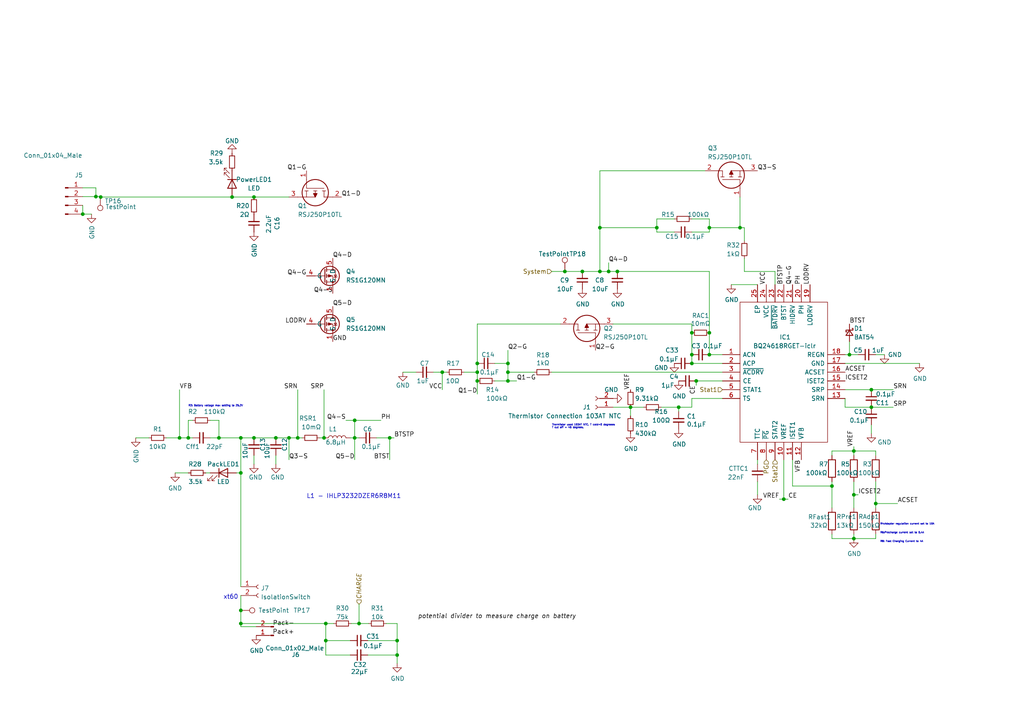
<source format=kicad_sch>
(kicad_sch (version 20211123) (generator eeschema)
  (paper "A4")
  (lib_symbols
    (symbol "Connector:Conn_01x02_Female" (pin_names (offset 1.016) hide)
      (property "Reference" "J" (at 0 2.54 0))
      (property "Value" "Conn_01x02_Female" (at 0 -5.08 0))
      (symbol "Conn_01x02_Female_1_1"
        (arc (start 0 -2.032) (mid -0.508 -2.54) (end 0 -3.048) (stroke (width 0.1524)))
        (polyline (pts (xy -1.27 -2.54) (xy -0.508 -2.54)) (stroke (width 0.1524)))
        (polyline (pts (xy -1.27 0) (xy -0.508 0)) (stroke (width 0.1524)))
        (arc (start 0 0.508) (mid -0.508 0) (end 0 -0.508) (stroke (width 0.1524)))
        (pin passive line (at -5.08 0 0) (length 3.81) (name "Pin_1") (number "1"))
        (pin passive line (at -5.08 -2.54 0) (length 3.81) (name "Pin_2") (number "2"))
      )
    )
    (symbol "Connector:Conn_01x02_Male" (pin_names (offset 1.016) hide)
      (property "Reference" "J" (at 0 2.54 0))
      (property "Value" "Conn_01x02_Male" (at 0 -5.08 0))
      (symbol "Conn_01x02_Male_1_1"
        (polyline (pts (xy 1.27 -2.54) (xy 0.8636 -2.54)) (stroke (width 0.1524)))
        (polyline (pts (xy 1.27 0) (xy 0.8636 0)) (stroke (width 0.1524)))
        (rectangle (start 0.8636 -2.413) (end 0 -2.667) (stroke (width 0.1524)) (fill (type outline)))
        (rectangle (start 0.8636 0.127) (end 0 -0.127) (stroke (width 0.1524)) (fill (type outline)))
        (pin passive line (at 5.08 0 180) (length 3.81) (name "Pin_1") (number "1"))
        (pin passive line (at 5.08 -2.54 180) (length 3.81) (name "Pin_2") (number "2"))
      )
    )
    (symbol "Connector:Conn_01x04_Male" (pin_names (offset 1.016) hide)
      (property "Reference" "J" (at 0 5.08 0))
      (property "Value" "Conn_01x04_Male" (at 0 -7.62 0))
      (symbol "Conn_01x04_Male_1_1"
        (polyline (pts (xy 1.27 -5.08) (xy 0.8636 -5.08)) (stroke (width 0.1524)))
        (polyline (pts (xy 1.27 -2.54) (xy 0.8636 -2.54)) (stroke (width 0.1524)))
        (polyline (pts (xy 1.27 0) (xy 0.8636 0)) (stroke (width 0.1524)))
        (polyline (pts (xy 1.27 2.54) (xy 0.8636 2.54)) (stroke (width 0.1524)))
        (rectangle (start 0.8636 -4.953) (end 0 -5.207) (stroke (width 0.1524)) (fill (type outline)))
        (rectangle (start 0.8636 -2.413) (end 0 -2.667) (stroke (width 0.1524)) (fill (type outline)))
        (rectangle (start 0.8636 0.127) (end 0 -0.127) (stroke (width 0.1524)) (fill (type outline)))
        (rectangle (start 0.8636 2.667) (end 0 2.413) (stroke (width 0.1524)) (fill (type outline)))
        (pin passive line (at 5.08 2.54 180) (length 3.81) (name "Pin_1") (number "1"))
        (pin passive line (at 5.08 0 180) (length 3.81) (name "Pin_2") (number "2"))
        (pin passive line (at 5.08 -2.54 180) (length 3.81) (name "Pin_3") (number "3"))
        (pin passive line (at 5.08 -5.08 180) (length 3.81) (name "Pin_4") (number "4"))
      )
    )
    (symbol "Connector:TestPoint" (pin_numbers hide) (pin_names (offset 0.762) hide)
      (property "Reference" "TP" (at 0 6.858 0))
      (property "Value" "TestPoint" (at 0 5.08 0))
      (symbol "TestPoint_0_1"
        (circle (center 0 3.302) (radius 0.762))
      )
      (symbol "TestPoint_1_1"
        (pin passive line (at 0 0 90) (length 2.54) (name "1") (number "1"))
      )
    )
    (symbol "Device:C_Small" (pin_numbers hide) (pin_names (offset 0.254) hide)
      (property "Reference" "C" (at 0.254 1.778 0))
      (property "Value" "C_Small" (at 0.254 -2.032 0))
      (symbol "C_Small_0_1"
        (polyline (pts (xy -1.524 -0.508) (xy 1.524 -0.508)) (stroke (width 0.3302)))
        (polyline (pts (xy -1.524 0.508) (xy 1.524 0.508)) (stroke (width 0.3048)))
      )
      (symbol "C_Small_1_1"
        (pin passive line (at 0 2.54 270) (length 2.032) (name "~") (number "1"))
        (pin passive line (at 0 -2.54 90) (length 2.032) (name "~") (number "2"))
      )
    )
    (symbol "Device:D_Schottky_Small" (pin_numbers hide) (pin_names (offset 0.254) hide)
      (property "Reference" "D" (at -1.27 2.032 0))
      (property "Value" "D_Schottky_Small" (at -7.112 -2.032 0))
      (symbol "D_Schottky_Small_0_1"
        (polyline (pts (xy -0.762 0) (xy 0.762 0)))
        (polyline (pts (xy 0.762 -1.016) (xy -0.762 0) (xy 0.762 1.016) (xy 0.762 -1.016)) (stroke (width 0.254)))
        (polyline (pts (xy -1.27 0.762) (xy -1.27 1.016) (xy -0.762 1.016) (xy -0.762 -1.016) (xy -0.254 -1.016) (xy -0.254 -0.762)) (stroke (width 0.254)))
      )
      (symbol "D_Schottky_Small_1_1"
        (pin passive line (at -2.54 0 0) (length 1.778) (name "K") (number "1"))
        (pin passive line (at 2.54 0 180) (length 1.778) (name "A") (number "2"))
      )
    )
    (symbol "Device:L" (pin_numbers hide) (pin_names (offset 1.016) hide)
      (property "Reference" "L" (at -1.27 0 90))
      (property "Value" "L" (at 1.905 0 90))
      (symbol "L_0_1"
        (arc (start 0 -2.54) (mid 0.635 -1.905) (end 0 -1.27))
        (arc (start 0 -1.27) (mid 0.635 -0.635) (end 0 0))
        (arc (start 0 0) (mid 0.635 0.635) (end 0 1.27))
        (arc (start 0 1.27) (mid 0.635 1.905) (end 0 2.54))
      )
      (symbol "L_1_1"
        (pin passive line (at 0 3.81 270) (length 1.27) (name "1") (number "1"))
        (pin passive line (at 0 -3.81 90) (length 1.27) (name "2") (number "2"))
      )
    )
    (symbol "Device:LED" (pin_numbers hide) (pin_names (offset 1.016) hide)
      (property "Reference" "D" (at 0 2.54 0))
      (property "Value" "LED" (at 0 -2.54 0))
      (symbol "LED_0_1"
        (polyline (pts (xy -1.27 -1.27) (xy -1.27 1.27)) (stroke (width 0.254)))
        (polyline (pts (xy -1.27 0) (xy 1.27 0)))
        (polyline (pts (xy 1.27 -1.27) (xy 1.27 1.27) (xy -1.27 0) (xy 1.27 -1.27)) (stroke (width 0.254)))
        (polyline (pts (xy -3.048 -0.762) (xy -4.572 -2.286) (xy -3.81 -2.286) (xy -4.572 -2.286) (xy -4.572 -1.524)))
        (polyline (pts (xy -1.778 -0.762) (xy -3.302 -2.286) (xy -2.54 -2.286) (xy -3.302 -2.286) (xy -3.302 -1.524)))
      )
      (symbol "LED_1_1"
        (pin passive line (at -3.81 0 0) (length 2.54) (name "K") (number "1"))
        (pin passive line (at 3.81 0 180) (length 2.54) (name "A") (number "2"))
      )
    )
    (symbol "Device:R" (pin_numbers hide) (pin_names (offset 0))
      (property "Reference" "R" (at 2.032 0 90))
      (property "Value" "R" (at 0 0 90))
      (symbol "R_0_1"
        (rectangle (start -1.016 -2.54) (end 1.016 2.54) (stroke (width 0.254)))
      )
      (symbol "R_1_1"
        (pin passive line (at 0 3.81 270) (length 1.27) (name "~") (number "1"))
        (pin passive line (at 0 -3.81 90) (length 1.27) (name "~") (number "2"))
      )
    )
    (symbol "Device:R_Small" (pin_numbers hide) (pin_names (offset 0.254) hide)
      (property "Reference" "R" (at 0.762 0.508 0))
      (property "Value" "R_Small" (at 0.762 -1.016 0))
      (symbol "R_Small_0_1"
        (rectangle (start -0.762 1.778) (end 0.762 -1.778) (stroke (width 0.2032)))
      )
      (symbol "R_Small_1_1"
        (pin passive line (at 0 2.54 270) (length 0.762) (name "~") (number "1"))
        (pin passive line (at 0 -2.54 90) (length 0.762) (name "~") (number "2"))
      )
    )
    (symbol "iclr:BQ24618RGET-iclr" (pin_names (offset 0.762))
      (property "Reference" "IC" (at 31.75 20.32 0))
      (property "Value" "BQ24618RGET-iclr" (at 31.75 17.78 0))
      (symbol "BQ24618RGET-iclr_0_0"
        (pin passive line (at 0 0 0) (length 5.08) (name "ACN") (number "1"))
        (pin passive line (at 17.78 -30.48 90) (length 5.08) (name "VREF") (number "10"))
        (pin passive line (at 20.32 -30.48 90) (length 5.08) (name "ISET1") (number "11"))
        (pin passive line (at 22.86 -30.48 90) (length 5.08) (name "VFB") (number "12"))
        (pin passive line (at 35.56 -12.7 180) (length 5.08) (name "SRN") (number "13"))
        (pin passive line (at 35.56 -10.16 180) (length 5.08) (name "SRP") (number "14"))
        (pin passive line (at 35.56 -7.62 180) (length 5.08) (name "ISET2") (number "15"))
        (pin passive line (at 35.56 -5.08 180) (length 5.08) (name "ACSET") (number "16"))
        (pin passive line (at 35.56 -2.54 180) (length 5.08) (name "GND") (number "17"))
        (pin passive line (at 35.56 0 180) (length 5.08) (name "REGN") (number "18"))
        (pin passive line (at 25.4 20.32 270) (length 5.08) (name "LODRV") (number "19"))
        (pin passive line (at 0 -2.54 0) (length 5.08) (name "ACP") (number "2"))
        (pin passive line (at 22.86 20.32 270) (length 5.08) (name "PH") (number "20"))
        (pin passive line (at 20.32 20.32 270) (length 5.08) (name "HIDRV") (number "21"))
        (pin passive line (at 17.78 20.32 270) (length 5.08) (name "BTST") (number "22"))
        (pin passive line (at 15.24 20.32 270) (length 5.08) (name "~{BATDRV}") (number "23"))
        (pin passive line (at 12.7 20.32 270) (length 5.08) (name "VCC") (number "24"))
        (pin passive line (at 10.16 20.32 270) (length 5.08) (name "EP") (number "25"))
        (pin passive line (at 0 -5.08 0) (length 5.08) (name "~{ACDRV}") (number "3"))
        (pin passive line (at 0 -7.62 0) (length 5.08) (name "CE") (number "4"))
        (pin passive line (at 0 -10.16 0) (length 5.08) (name "STAT1") (number "5"))
        (pin passive line (at 0 -12.7 0) (length 5.08) (name "TS") (number "6"))
        (pin passive line (at 10.16 -30.48 90) (length 5.08) (name "TTC") (number "7"))
        (pin passive line (at 12.7 -30.48 90) (length 5.08) (name "~{PG}") (number "8"))
        (pin passive line (at 15.24 -30.48 90) (length 5.08) (name "STAT2") (number "9"))
      )
      (symbol "BQ24618RGET-iclr_0_1"
        (polyline (pts (xy 5.08 15.24) (xy 30.48 15.24) (xy 30.48 -25.4) (xy 5.08 -25.4) (xy 5.08 15.24)) (stroke (width 0.1524)))
      )
    )
    (symbol "iclr:RS1G120MN"
      (property "Reference" "Q" (at 5.08 -13.97 0))
      (property "Value" "RS1G120MN" (at 10.16 -16.51 0))
      (symbol "RS1G120MN_0_1"
        (polyline (pts (xy -1.016 -15.24) (xy -3.81 -15.24)))
        (polyline (pts (xy -1.016 -13.335) (xy -1.016 -17.145)) (stroke (width 0.254)))
        (polyline (pts (xy -0.508 -16.51) (xy -0.508 -17.526)) (stroke (width 0.254)))
        (polyline (pts (xy -0.508 -14.732) (xy -0.508 -15.748)) (stroke (width 0.254)))
        (polyline (pts (xy -0.508 -12.954) (xy -0.508 -13.97)) (stroke (width 0.254)))
        (polyline (pts (xy 1.27 -12.7) (xy 1.27 -13.462)))
        (polyline (pts (xy 1.27 -17.78) (xy 1.27 -15.24) (xy -0.508 -15.24)))
        (polyline (pts (xy -0.508 -13.462) (xy 2.032 -13.462) (xy 2.032 -17.018) (xy -0.508 -17.018)))
        (polyline (pts (xy 1.016 -15.24) (xy 0 -14.859) (xy 0 -15.621) (xy 1.016 -15.24)) (fill (type outline)))
        (polyline (pts (xy 1.524 -15.748) (xy 1.651 -15.621) (xy 2.413 -15.621) (xy 2.54 -15.494)))
        (polyline (pts (xy 2.032 -15.621) (xy 1.651 -14.986) (xy 2.413 -14.986) (xy 2.032 -15.621)))
        (circle (center 0.381 -15.24) (radius 2.794) (stroke (width 0.254)))
        (circle (center 1.27 -17.018) (radius 0.254) (fill (type outline)))
        (circle (center 1.27 -13.462) (radius 0.254) (fill (type outline)))
      )
      (symbol "RS1G120MN_1_1"
        (pin passive line (at 1.27 -20.32 90) (length 2.54) (name "S") (number "1"))
        (pin passive line (at 1.27 -20.32 90) (length 2.54) hide (name "S") (number "2"))
        (pin passive line (at 1.27 -20.32 90) (length 2.54) hide (name "S") (number "3"))
        (pin input line (at -6.35 -15.24 0) (length 2.54) (name "G") (number "4"))
        (pin passive line (at 1.27 -10.16 270) (length 2.54) (name "D") (number "5"))
        (pin passive line (at 1.27 -10.16 270) (length 2.54) hide (name "D") (number "6"))
        (pin passive line (at 1.27 -10.16 270) (length 2.54) hide (name "D") (number "7"))
        (pin passive line (at 1.27 -10.16 270) (length 2.54) hide (name "D") (number "8"))
        (pin passive line (at 1.27 -10.16 270) (length 2.54) hide (name "D") (number "9"))
      )
    )
    (symbol "iclr:RSJ250P10TL" (pin_names (offset 0.762))
      (property "Reference" "Q" (at 11.43 3.81 0))
      (property "Value" "RSJ250P10TL" (at 11.43 1.27 0))
      (symbol "RSJ250P10TL_0_0"
        (pin passive line (at 0 0 0) (length 2.54) (name "~") (number "1"))
        (pin passive line (at 7.62 10.16 270) (length 2.54) (name "~") (number "2"))
        (pin passive line (at 7.62 -5.08 90) (length 2.54) (name "~") (number "3"))
      )
      (symbol "RSJ250P10TL_0_1"
        (polyline (pts (xy 5.842 -0.508) (xy 5.842 0.508)) (stroke (width 0.1524)))
        (polyline (pts (xy 5.842 0) (xy 7.62 0)) (stroke (width 0.1524)))
        (polyline (pts (xy 5.842 2.032) (xy 5.842 3.048)) (stroke (width 0.1524)))
        (polyline (pts (xy 5.842 5.588) (xy 5.842 4.572)) (stroke (width 0.1524)))
        (polyline (pts (xy 7.62 2.54) (xy 5.842 2.54)) (stroke (width 0.1524)))
        (polyline (pts (xy 7.62 2.54) (xy 7.62 -2.54)) (stroke (width 0.1524)))
        (polyline (pts (xy 7.62 5.08) (xy 5.842 5.08)) (stroke (width 0.1524)))
        (polyline (pts (xy 7.62 5.08) (xy 7.62 7.62)) (stroke (width 0.1524)))
        (polyline (pts (xy 2.54 0) (xy 5.08 0) (xy 5.08 5.08)) (stroke (width 0.1524)))
        (polyline (pts (xy 7.62 2.54) (xy 6.604 3.048) (xy 6.604 2.032) (xy 7.62 2.54)) (stroke (width 0.254)) (fill (type outline)))
        (circle (center 6.35 2.54) (radius 3.81) (stroke (width 0.254)))
      )
    )
    (symbol "power:GND" (power) (pin_names (offset 0))
      (property "Value" "GND" (at 0 -3.81 0))
      (symbol "GND_0_1"
        (polyline (pts (xy 0 0) (xy 0 -1.27) (xy 1.27 -1.27) (xy 0 -2.54) (xy -1.27 -1.27) (xy 0 -1.27)))
      )
      (symbol "GND_1_1"
        (pin power_in line (at 0 0 270) (length 0) hide (name "GND") (number "1"))
      )
    )
  )
  (junction (at 247.65 130.81))
  (junction (at 102.87 121.92))
  (junction (at 138.43 105.41))
  (junction (at 252.73 118.11))
  (junction (at 69.85 177.038))
  (junction (at 254 146.05))
  (junction (at 138.43 107.95))
  (junction (at 128.27 107.95))
  (junction (at 252.73 113.03))
  (junction (at 29.21 57.15))
  (junction (at 80.01 127))
  (junction (at 147.32 110.49))
  (junction (at 205.74 102.87))
  (junction (at 138.43 110.49))
  (junction (at 69.85 137.16))
  (junction (at 200.66 96.52))
  (junction (at 69.85 127))
  (junction (at 94.488 185.801))
  (junction (at 241.3 140.97))
  (junction (at 147.32 107.95))
  (junction (at 63.5 127))
  (junction (at 163.83 78.74))
  (junction (at 102.87 127))
  (junction (at 205.74 96.52))
  (junction (at 247.65 143.51))
  (junction (at 24.003 62.103))
  (junction (at 182.88 118.11))
  (junction (at 227.33 144.78))
  (junction (at 147.32 105.41))
  (junction (at 214.63 66.04))
  (junction (at 52.07 127))
  (junction (at 176.53 78.74))
  (junction (at 201.93 110.49))
  (junction (at 115.189 185.801))
  (junction (at 247.65 156.21))
  (junction (at 246.38 102.87))
  (junction (at 173.99 66.04))
  (junction (at 69.85 180.848))
  (junction (at 104.14 180.848))
  (junction (at 86.36 127))
  (junction (at 73.66 57.15))
  (junction (at 113.03 127))
  (junction (at 94.488 180.848))
  (junction (at 67.31 57.15))
  (junction (at 54.61 127))
  (junction (at 200.66 102.87))
  (junction (at 73.66 127))
  (junction (at 200.66 105.41))
  (junction (at 179.07 78.74))
  (junction (at 168.91 78.74))
  (junction (at 27.813 57.023))
  (junction (at 115.189 189.992))
  (junction (at 173.99 78.74))
  (junction (at 83.82 127))
  (junction (at 190.5 66.04))
  (junction (at 205.74 66.04))
  (junction (at 93.98 127))
  (junction (at 196.85 118.11))
  (wire (pts (xy 48.26 127) (xy 52.07 127)))
  (wire (pts (xy 80.01 127) (xy 83.82 127)))
  (wire (pts (xy 241.3 139.7) (xy 241.3 140.97)))
  (wire (pts (xy 224.79 78.74) (xy 215.9 78.74)))
  (wire (pts (xy 173.99 49.53) (xy 204.47 49.53)))
  (wire (pts (xy 138.43 114.3) (xy 138.43 110.49)))
  (wire (pts (xy 73.66 127) (xy 80.01 127)))
  (wire (pts (xy 69.85 180.848) (xy 94.488 180.848)))
  (wire (pts (xy 128.27 107.95) (xy 129.54 107.95)))
  (wire (pts (xy 205.74 96.52) (xy 205.74 102.87)))
  (wire (pts (xy 224.79 78.74) (xy 224.79 82.55)))
  (wire (pts (xy 227.33 133.35) (xy 227.33 144.78)))
  (wire (pts (xy 69.85 127) (xy 69.85 137.16)))
  (wire (pts (xy 69.85 127) (xy 73.66 127)))
  (wire (pts (xy 147.32 105.41) (xy 147.32 107.95)))
  (wire (pts (xy 29.21 57.15) (xy 67.31 57.15)))
  (wire (pts (xy 246.38 102.87) (xy 248.92 102.87)))
  (wire (pts (xy 252.73 118.11) (xy 259.08 118.11)))
  (wire (pts (xy 212.09 82.55) (xy 219.71 82.55)))
  (wire (pts (xy 138.43 110.49) (xy 138.43 107.95)))
  (wire (pts (xy 254 156.21) (xy 254 154.94)))
  (wire (pts (xy 143.51 110.49) (xy 147.32 110.49)))
  (wire (pts (xy 182.88 120.65) (xy 182.88 118.11)))
  (wire (pts (xy 143.51 105.41) (xy 147.32 105.41)))
  (wire (pts (xy 209.55 102.87) (xy 205.74 102.87)))
  (wire (pts (xy 50.8 137.16) (xy 54.61 137.16)))
  (wire (pts (xy 190.5 66.04) (xy 190.5 67.31)))
  (wire (pts (xy 205.74 66.04) (xy 214.63 66.04)))
  (wire (pts (xy 200.66 105.41) (xy 209.55 105.41)))
  (wire (pts (xy 173.99 66.04) (xy 173.99 78.74)))
  (wire (pts (xy 245.11 113.03) (xy 252.73 113.03)))
  (wire (pts (xy 59.69 137.16) (xy 60.96 137.16)))
  (wire (pts (xy 247.65 143.51) (xy 247.65 147.32)))
  (wire (pts (xy 186.69 118.11) (xy 182.88 118.11)))
  (wire (pts (xy 209.55 115.57) (xy 200.66 115.57)))
  (wire (pts (xy 52.07 113.03) (xy 52.07 127)))
  (wire (pts (xy 94.488 189.992) (xy 101.6 189.992)))
  (wire (pts (xy 177.8 93.98) (xy 200.66 93.98)))
  (wire (pts (xy 219.71 133.35) (xy 219.71 134.62)))
  (wire (pts (xy 104.14 175.26) (xy 104.14 180.848)))
  (wire (pts (xy 215.9 66.04) (xy 215.9 69.85)))
  (wire (pts (xy 252.73 125.73) (xy 252.73 123.19)))
  (wire (pts (xy 102.87 127) (xy 104.14 127)))
  (wire (pts (xy 247.65 143.51) (xy 248.92 143.51)))
  (wire (pts (xy 113.03 127) (xy 114.3 127)))
  (wire (pts (xy 100.33 121.92) (xy 102.87 121.92)))
  (wire (pts (xy 69.85 180.848) (xy 69.85 181.7624)))
  (wire (pts (xy 116.84 107.95) (xy 120.65 107.95)))
  (wire (pts (xy 149.86 110.49) (xy 147.32 110.49)))
  (wire (pts (xy 200.66 102.87) (xy 200.66 105.41)))
  (wire (pts (xy 215.9 74.93) (xy 215.9 78.74)))
  (wire (pts (xy 55.88 127) (xy 54.61 127)))
  (wire (pts (xy 106.68 185.801) (xy 115.189 185.801)))
  (wire (pts (xy 241.3 140.97) (xy 241.3 147.32)))
  (wire (pts (xy 27.813 54.483) (xy 27.813 57.023)))
  (wire (pts (xy 86.36 127) (xy 87.63 127)))
  (wire (pts (xy 93.98 113.03) (xy 93.98 127)))
  (wire (pts (xy 24.003 54.483) (xy 27.813 54.483)))
  (wire (pts (xy 247.65 139.7) (xy 247.65 143.51)))
  (wire (pts (xy 94.488 180.848) (xy 94.488 185.801)))
  (wire (pts (xy 73.66 132.08) (xy 73.66 134.62)))
  (wire (pts (xy 241.3 130.81) (xy 241.3 132.08)))
  (wire (pts (xy 24.003 62.103) (xy 26.543 62.103)))
  (wire (pts (xy 200.66 63.5) (xy 205.74 63.5)))
  (wire (pts (xy 168.91 78.74) (xy 173.99 78.74)))
  (wire (pts (xy 245.11 102.87) (xy 246.38 102.87)))
  (wire (pts (xy 226.06 144.78) (xy 227.33 144.78)))
  (wire (pts (xy 229.87 140.97) (xy 229.87 133.35)))
  (wire (pts (xy 69.85 137.16) (xy 69.85 170.18)))
  (wire (pts (xy 200.66 118.11) (xy 196.85 118.11)))
  (wire (pts (xy 83.82 127) (xy 83.82 133.35)))
  (wire (pts (xy 245.11 115.57) (xy 245.11 118.11)))
  (wire (pts (xy 63.5 127) (xy 69.85 127)))
  (wire (pts (xy 125.73 107.95) (xy 128.27 107.95)))
  (wire (pts (xy 67.31 57.15) (xy 73.66 57.15)))
  (wire (pts (xy 24.003 59.563) (xy 24.003 62.103)))
  (wire (pts (xy 52.07 127) (xy 54.61 127)))
  (wire (pts (xy 227.33 144.78) (xy 228.6 144.78)))
  (wire (pts (xy 60.96 121.92) (xy 63.5 121.92)))
  (wire (pts (xy 173.99 66.04) (xy 190.5 66.04)))
  (wire (pts (xy 254 130.81) (xy 247.65 130.81)))
  (wire (pts (xy 219.71 139.7) (xy 219.71 143.51)))
  (wire (pts (xy 112.014 180.848) (xy 115.189 180.848)))
  (wire (pts (xy 254 132.08) (xy 254 130.81)))
  (wire (pts (xy 69.85 181.7624) (xy 74.3204 181.7624)))
  (wire (pts (xy 115.189 185.801) (xy 115.189 189.992)))
  (wire (pts (xy 173.99 49.53) (xy 173.99 66.04)))
  (wire (pts (xy 138.43 93.98) (xy 138.43 105.41)))
  (wire (pts (xy 94.488 185.801) (xy 94.488 189.992)))
  (wire (pts (xy 195.58 63.5) (xy 190.5 63.5)))
  (wire (pts (xy 190.5 63.5) (xy 190.5 66.04)))
  (wire (pts (xy 24.003 57.023) (xy 27.813 57.023)))
  (wire (pts (xy 247.65 132.08) (xy 247.65 130.81)))
  (wire (pts (xy 205.74 63.5) (xy 205.74 66.04)))
  (wire (pts (xy 115.189 180.848) (xy 115.189 185.801)))
  (wire (pts (xy 200.66 67.31) (xy 205.74 67.31)))
  (wire (pts (xy 241.3 154.94) (xy 241.3 156.21)))
  (wire (pts (xy 69.85 172.72) (xy 69.85 177.038)))
  (wire (pts (xy 94.488 185.801) (xy 101.6 185.801)))
  (wire (pts (xy 214.63 66.04) (xy 215.9 66.04)))
  (wire (pts (xy 176.53 76.2) (xy 176.53 78.74)))
  (wire (pts (xy 200.66 102.87) (xy 200.66 96.52)))
  (wire (pts (xy 106.68 189.992) (xy 115.189 189.992)))
  (wire (pts (xy 92.71 127) (xy 93.98 127)))
  (wire (pts (xy 179.07 78.74) (xy 205.74 78.74)))
  (wire (pts (xy 260.35 146.05) (xy 254 146.05)))
  (wire (pts (xy 134.62 107.95) (xy 138.43 107.95)))
  (wire (pts (xy 177.8 118.11) (xy 182.88 118.11)))
  (wire (pts (xy 241.3 156.21) (xy 247.65 156.21)))
  (wire (pts (xy 254 102.87) (xy 256.54 102.87)))
  (wire (pts (xy 246.38 99.06) (xy 246.38 102.87)))
  (wire (pts (xy 201.93 110.49) (xy 209.55 110.49)))
  (wire (pts (xy 104.14 180.848) (xy 106.934 180.848)))
  (wire (pts (xy 73.66 57.15) (xy 83.82 57.15)))
  (wire (pts (xy 63.5 121.92) (xy 63.5 127)))
  (wire (pts (xy 205.74 66.04) (xy 205.74 67.31)))
  (wire (pts (xy 176.53 78.74) (xy 179.07 78.74)))
  (wire (pts (xy 63.5 127) (xy 60.96 127)))
  (wire (pts (xy 200.66 115.57) (xy 200.66 118.11)))
  (wire (pts (xy 94.488 180.848) (xy 96.774 180.848)))
  (wire (pts (xy 173.99 78.74) (xy 176.53 78.74)))
  (wire (pts (xy 54.61 121.92) (xy 54.61 127)))
  (wire (pts (xy 201.93 110.49) (xy 201.93 111.76)))
  (wire (pts (xy 200.66 93.98) (xy 200.66 96.52)))
  (wire (pts (xy 245.11 118.11) (xy 252.73 118.11)))
  (wire (pts (xy 196.85 118.11) (xy 191.77 118.11)))
  (wire (pts (xy 245.11 105.41) (xy 266.7 105.41)))
  (wire (pts (xy 83.82 127) (xy 86.36 127)))
  (wire (pts (xy 113.03 127) (xy 113.03 133.35)))
  (wire (pts (xy 138.43 93.98) (xy 162.56 93.98)))
  (wire (pts (xy 102.87 121.92) (xy 110.49 121.92)))
  (wire (pts (xy 160.02 107.95) (xy 209.55 107.95)))
  (wire (pts (xy 247.65 156.21) (xy 254 156.21)))
  (wire (pts (xy 138.43 107.95) (xy 138.43 105.41)))
  (wire (pts (xy 147.32 110.49) (xy 147.32 107.95)))
  (wire (pts (xy 102.87 127) (xy 102.87 133.35)))
  (wire (pts (xy 86.36 127) (xy 86.36 113.03)))
  (wire (pts (xy 196.85 118.11) (xy 196.85 119.38)))
  (wire (pts (xy 101.854 180.848) (xy 104.14 180.848)))
  (wire (pts (xy 147.32 101.6) (xy 147.32 105.41)))
  (wire (pts (xy 55.88 121.92) (xy 54.61 121.92)))
  (wire (pts (xy 241.3 140.97) (xy 229.87 140.97)))
  (wire (pts (xy 252.73 113.03) (xy 259.08 113.03)))
  (wire (pts (xy 147.32 107.95) (xy 154.94 107.95)))
  (wire (pts (xy 214.63 57.15) (xy 214.63 66.04)))
  (wire (pts (xy 247.65 154.94) (xy 247.65 156.21)))
  (wire (pts (xy 102.87 121.92) (xy 102.87 127)))
  (wire (pts (xy 205.74 78.74) (xy 205.74 96.52)))
  (wire (pts (xy 80.01 132.08) (xy 80.01 134.62)))
  (wire (pts (xy 247.65 130.81) (xy 241.3 130.81)))
  (wire (pts (xy 43.18 127) (xy 39.37 127)))
  (wire (pts (xy 101.6 127) (xy 102.87 127)))
  (wire (pts (xy 163.83 78.74) (xy 168.91 78.74)))
  (wire (pts (xy 190.5 67.31) (xy 195.58 67.31)))
  (wire (pts (xy 109.22 127) (xy 113.03 127)))
  (wire (pts (xy 247.65 129.54) (xy 247.65 130.81)))
  (wire (pts (xy 254 139.7) (xy 254 146.05)))
  (wire (pts (xy 160.02 78.74) (xy 163.83 78.74)))
  (wire (pts (xy 128.27 107.95) (xy 128.27 113.03)))
  (wire (pts (xy 69.85 177.038) (xy 69.85 180.848)))
  (wire (pts (xy 254 146.05) (xy 254 147.32)))
  (wire (pts (xy 115.189 189.992) (xy 115.189 192.405)))
  (wire (pts (xy 27.813 57.023) (xy 29.083 57.023)))
  (wire (pts (xy 68.58 137.16) (xy 69.85 137.16)))
  (text "R2: Battery voltage max setting to 25.2V\n" (at 54.61 118.11 0) (effects (font (size 0.5 0.5)) (justify left bottom)))
  (text "R4:Adapter regulation current set to 10A" (at 255.27 152.4 0) (effects (font (size 0.5 0.5)) (justify left bottom)))
  (text "L1 - IHLP3232DZER6R8M11 " (at 88.9 144.78 0) (effects (font (size 1.27 1.27)) (justify left bottom)))
  (text "R8: Fast Charging Current to 4A" (at 255.27 157.48 0) (effects (font (size 0.5 0.5)) (justify left bottom)))
  (text "Thermistor used 103AT NTC. T cold=0 degreees\nT cut off = 45 degrees. \n" (at 160.02 124.46 0) (effects (font (size 0.5 0.5)) (justify left bottom)))
  (text "R6:Precharge current set to 0.4A" (at 255.27 154.94 0) (effects (font (size 0.5 0.5)) (justify left bottom)))
  (text "xt60\n" (at 64.77 173.99 0) (effects (font (size 1.27 1.27)) (justify left bottom)))
  (label "Q1-D" (at 138.43 114.3 180))
  (label "SRP" (at 259.08 118.11 0))
  (label "VREF" (at 247.65 129.54 90))
  (label "Pack+" (at 79.0448 184.2516 0))
  (label "BTSTP" (at 227.33 82.55 90))
  (label "PH" (at 232.41 82.55 90))
  (label "VREF" (at 182.88 113.03 90))
  (label "Q1-G" (at 88.9 49.53 180))
  (label "Pack-" (at 79.0956 181.7116 0))
  (label "Q1-G" (at 149.86 110.49 0))
  (label "ICSET2" (at 248.92 143.51 0))
  (label "GND" (at 96.52 99.06 0))
  (label "ICSET2" (at 245.11 110.49 0))
  (label "LODRV" (at 88.9 93.98 180))
  (label "VFB" (at 52.07 113.03 0))
  (label "VFB" (at 232.41 133.35 270))
  (label "Q3-S" (at 219.71 49.53 0))
  (label "Q3-S" (at 83.82 133.35 0))
  (label "CE" (at 201.93 111.76 270))
  (label "SRP" (at 93.98 113.03 180))
  (label "Q4-S" (at 96.52 85.09 180))
  (label "PH" (at 110.49 121.92 0))
  (label "ACSET" (at 260.35 146.05 0))
  (label "SRN" (at 86.36 113.03 180))
  (label "VCC" (at 128.27 113.03 180))
  (label "Q2-G" (at 147.32 101.6 0))
  (label "potential divider to measure charge on battery" (at 121.158 179.705 0) (effects (font italic)))
  (label "BTST" (at 246.38 93.98 0))
  (label "Q1-D" (at 99.06 57.15 0))
  (label "Q2-G" (at 172.72 101.6 0))
  (label "LODRV" (at 234.95 82.55 90))
  (label "Q5-D" (at 96.52 88.9 0))
  (label "Q4-D" (at 96.52 74.93 0))
  (label "Q4-G" (at 88.9 80.01 180))
  (label "VCC" (at 222.25 82.55 90))
  (label "Q4-S" (at 100.33 121.92 180))
  (label "ACSET" (at 245.11 107.95 0))
  (label "VREF" (at 226.06 144.78 180))
  (label "BTST" (at 113.03 133.35 180))
  (label "Q4-D" (at 176.53 76.2 0))
  (label "Q5-D" (at 102.87 133.35 180))
  (label "Q4-G" (at 229.87 82.55 90))
  (label "SRN" (at 259.08 113.03 0))
  (label "BTSTP" (at 114.3 127 0))
  (label "CE" (at 228.6 144.78 0))
  (hierarchical_label "Stat1" (shape input) (at 209.55 113.03 180))
  (hierarchical_label "System" (shape input) (at 160.02 78.74 180))
  (hierarchical_label "Stat2" (shape input) (at 224.79 133.35 270))
  (hierarchical_label "CHARGE" (shape input) (at 104.14 175.26 90) (effects (font italic)))
  (hierarchical_label "PG" (shape input) (at 222.25 133.35 270))
  (symbol (lib_id "power:GND") (at 196.85 110.49 0) (unit 1)
    (property "Reference" "#PWR0125" (effects hide))
    (property "Value" "GND" (at 196.977 114.8842 0))
  )
  (symbol (lib_id "power:GND") (at 195.58 105.41 0) (unit 1)
    (property "Reference" "#PWR0133" (effects hide))
    (property "Value" "GND" (at 191.77 106.68 0))
  )
  (symbol (lib_id "Device:R_Small") (at 203.2 96.52 270) (unit 1)
    (property "Reference" "RAC1" (at 203.2 91.5416 90))
    (property "Value" "10mΩ" (at 203.2 93.853 90))
    (property "Footprint" "Resistor_SMD:R_0603_1608Metric" (effects hide))
  )
  (symbol (lib_id "power:GND") (at 219.71 143.51 0) (unit 1)
    (property "Reference" "#PWR0127" (effects hide))
    (property "Value" "GND" (at 220.98 147.32 0) (effects (justify right)))
  )
  (symbol (lib_id "Device:R_Small") (at 189.23 118.11 270) (unit 1)
    (property "Reference" "R16" (at 191.77 119.38 90))
    (property "Value" "100Ω" (at 191.77 121.92 90))
    (property "Footprint" "Resistor_SMD:R_0603_1608Metric" (effects hide))
  )
  (symbol (lib_id "Device:R_Small") (at 182.88 123.19 180) (unit 1)
    (property "Reference" "R10" (at 184.15 123.19 0) (effects (justify right)))
    (property "Value" "430kΩ" (at 184.15 125.73 0) (effects (justify right)))
    (property "Footprint" "Resistor_SMD:R_0603_1608Metric" (effects hide))
  )
  (symbol (lib_id "Device:R_Small") (at 182.88 115.57 180) (unit 1)
    (property "Reference" "R9" (at 184.15 113.03 0) (effects (justify right)))
    (property "Value" "9.31kΩ" (at 184.15 115.57 0) (effects (justify right)))
    (property "Footprint" "Resistor_SMD:R_0603_1608Metric" (effects hide))
  )
  (symbol (lib_id "Device:C_Small") (at 196.85 121.92 0) (unit 1)
    (property "Reference" "C1" (at 199.1868 120.7516 0) (effects (justify left)))
    (property "Value" "0.1μF" (at 199.1868 123.063 0) (effects (justify left)))
    (property "Footprint" "Capacitor_SMD:C_0603_1608Metric" (effects hide))
  )
  (symbol (lib_id "power:GND") (at 196.85 124.46 0) (unit 1)
    (property "Reference" "#PWR0128" (effects hide))
    (property "Value" "GND" (at 196.977 128.8542 0))
  )
  (symbol (lib_id "power:GND") (at 182.88 125.73 0) (unit 1)
    (property "Reference" "#PWR0137" (effects hide))
    (property "Value" "GND" (at 183.007 130.1242 0))
  )
  (symbol (lib_id "Connector:Conn_01x02_Female") (at 172.72 118.11 180) (unit 1)
    (property "Reference" "J1" (at 170.18 118.11 0))
    (property "Value" "Thermistor Connection 103AT NTC" (at 163.83 120.65 0))
    (property "Footprint" "Connector_JST:JST_XH_B2B-XH-AM_1x02_P2.50mm_Vertical" (effects hide))
  )
  (symbol (lib_id "Device:R") (at 241.3 135.89 0) (unit 1)
    (property "Reference" "R7" (at 237.49 134.62 0) (effects (justify left)))
    (property "Value" "100kΩ" (at 233.68 137.16 0) (effects (justify left)))
    (property "Footprint" "Resistor_SMD:R_0603_1608Metric" (effects hide))
  )
  (symbol (lib_id "Device:R") (at 254 135.89 0) (unit 1)
    (property "Reference" "R3" (at 250.19 134.62 0) (effects (justify left)))
    (property "Value" "100kΩ" (at 248.92 137.16 0) (effects (justify left)))
    (property "Footprint" "Resistor_SMD:R_0603_1608Metric" (effects hide))
  )
  (symbol (lib_id "Device:R") (at 247.65 135.89 0) (unit 1)
    (property "Reference" "R5" (at 243.84 134.62 0) (effects (justify left)))
    (property "Value" "100kΩ" (at 242.57 137.16 0) (effects (justify left)))
    (property "Footprint" "Resistor_SMD:R_0603_1608Metric" (effects hide))
  )
  (symbol (lib_id "Device:R") (at 241.3 151.13 0) (unit 1)
    (property "Reference" "RFast1" (at 234.3474 149.9435 0) (effects (justify left)))
    (property "Value" "32kΩ" (at 234.95 152.4 0) (effects (justify left)))
    (property "Footprint" "Resistor_SMD:R_0603_1608Metric" (effects hide))
  )
  (symbol (lib_id "Device:R") (at 254 151.13 0) (unit 1)
    (property "Reference" "RAdp1" (at 248.92 149.86 0) (effects (justify left)))
    (property "Value" "150kΩ" (at 248.92 152.4 0) (effects (justify left)))
    (property "Footprint" "Resistor_SMD:R_0603_1608Metric" (effects hide))
  )
  (symbol (lib_id "Device:R") (at 247.65 151.13 0) (unit 1)
    (property "Reference" "RPre1" (at 242.57 149.86 0) (effects (justify left)))
    (property "Value" "13kΩ" (at 242.57 152.4 0) (effects (justify left)))
    (property "Footprint" "Resistor_SMD:R_0603_1608Metric" (effects hide))
  )
  (symbol (lib_id "power:GND") (at 247.65 156.21 0) (unit 1)
    (property "Reference" "#PWR0135" (effects hide))
    (property "Value" "GND" (at 247.777 160.6042 0))
  )
  (symbol (lib_id "power:GND") (at 256.54 102.87 0) (unit 1)
    (property "Reference" "#PWR0129" (effects hide))
    (property "Value" "GND" (at 261.62 102.87 0) (effects (justify right)))
  )
  (symbol (lib_id "Device:D_Schottky_Small") (at 246.38 96.52 270) (unit 1)
    (property "Reference" "D1" (at 247.65 95.25 90) (effects (justify left)))
    (property "Value" "BAT54" (at 247.65 97.79 90) (effects (justify left)))
    (property "Footprint" "Diode_SMD:D_SOT-23_ANK" (effects hide))
  )
  (symbol (lib_id "power:GND") (at 266.7 105.41 0) (unit 1)
    (property "Reference" "#PWR0130" (effects hide))
    (property "Value" "GND" (at 266.827 109.8042 0))
  )
  (symbol (lib_id "power:GND") (at 168.91 83.82 0) (unit 1)
    (property "Reference" "#PWR0132" (effects hide))
    (property "Value" "GND" (at 169.037 88.2142 0))
  )
  (symbol (lib_id "power:GND") (at 179.07 83.82 0) (unit 1)
    (property "Reference" "#PWR0131" (effects hide))
    (property "Value" "GND" (at 179.197 88.2142 0))
  )
  (symbol (lib_id "Device:C_Small") (at 203.2 102.87 90) (unit 1)
    (property "Reference" "C3" (at 203.2 100.33 90) (effects (justify left)))
    (property "Value" "0.1μF" (at 209.55 100.33 90) (effects (justify left)))
    (property "Footprint" "Capacitor_SMD:C_0603_1608Metric" (effects hide))
  )
  (symbol (lib_id "Device:R_Small") (at 140.97 110.49 90) (unit 1)
    (property "Reference" "R14" (at 144.78 113.03 90) (effects (justify left)))
    (property "Value" "100kΩ" (at 147.32 115.57 90) (effects (justify left)))
    (property "Footprint" "Resistor_SMD:R_0603_1608Metric" (effects hide))
  )
  (symbol (lib_id "Device:C_Small") (at 140.97 105.41 90) (unit 1)
    (property "Reference" "C14" (at 143.51 102.87 90) (effects (justify left)))
    (property "Value" "0.1µF" (at 144.78 107.95 90) (effects (justify left)))
    (property "Footprint" "Capacitor_SMD:C_0603_1608Metric" (effects hide))
  )
  (symbol (lib_id "Device:R_Small") (at 132.08 107.95 90) (unit 1)
    (property "Reference" "R17" (at 133.35 105.41 90) (effects (justify left)))
    (property "Value" "10Ω" (at 133.35 110.49 90) (effects (justify left)))
    (property "Footprint" "Resistor_SMD:R_0603_1608Metric" (effects hide))
  )
  (symbol (lib_id "Device:R_Small") (at 157.48 107.95 90) (unit 1)
    (property "Reference" "R18" (at 157.48 102.9716 90))
    (property "Value" "1kΩ" (at 157.48 105.283 90))
    (property "Footprint" "Resistor_SMD:R_0603_1608Metric" (effects hide))
  )
  (symbol (lib_id "Device:C_Small") (at 252.73 115.57 0) (unit 1)
    (property "Reference" "C11" (at 254 116.84 0) (effects (justify left)))
    (property "Value" "0.1μF" (at 254 114.3 0) (effects (justify left)))
    (property "Footprint" "Capacitor_SMD:C_0603_1608Metric" (effects hide))
  )
  (symbol (lib_id "Device:C_Small") (at 252.73 120.65 0) (unit 1)
    (property "Reference" "C10" (at 247.65 119.38 0) (effects (justify left)))
    (property "Value" "0.1μF" (at 246.38 121.92 0) (effects (justify left)))
    (property "Footprint" "Capacitor_SMD:C_0603_1608Metric" (effects hide))
  )
  (symbol (lib_id "power:GND") (at 252.73 125.73 0) (unit 1)
    (property "Reference" "#PWR0134" (effects hide))
    (property "Value" "GND" (at 256.54 128.27 0))
  )
  (symbol (lib_id "Device:R_Small") (at 198.12 63.5 270) (unit 1)
    (property "Reference" "R15" (at 191.77 62.23 90) (effects (justify left)))
    (property "Value" "100kΩ" (at 199.39 62.23 90) (effects (justify left)))
    (property "Footprint" "Resistor_SMD:R_0603_1608Metric" (effects hide))
  )
  (symbol (lib_id "Device:C_Small") (at 198.12 67.31 90) (unit 1)
    (property "Reference" "C15" (at 196.85 68.58 90) (effects (justify left)))
    (property "Value" "0.1µF" (at 204.47 68.58 90) (effects (justify left)))
    (property "Footprint" "Capacitor_SMD:C_0603_1608Metric" (effects hide))
  )
  (symbol (lib_id "power:GND") (at 73.66 67.31 0) (unit 1)
    (property "Reference" "#PWR0138" (effects hide))
    (property "Value" "GND" (at 73.787 70.5612 90) (effects (justify right)))
  )
  (symbol (lib_id "power:GND") (at 116.84 107.95 0) (unit 1)
    (property "Reference" "#PWR0141" (effects hide))
    (property "Value" "GND" (at 116.84 111.76 0))
  )
  (symbol (lib_id "Device:C_Small") (at 198.12 105.41 90) (unit 1)
    (property "Reference" "C33" (at 196.85 101.6 90) (effects (justify left)))
    (property "Value" "0.1μF" (at 196.85 104.14 90) (effects (justify left)))
    (property "Footprint" "Capacitor_SMD:C_0603_1608Metric" (effects hide))
  )
  (symbol (lib_id "Device:C_Small") (at 199.39 110.49 90) (unit 1)
    (property "Reference" "C4" (at 196.85 109.22 90) (effects (justify left)))
    (property "Value" "1μF" (at 195.58 111.76 90) (effects (justify left)))
    (property "Footprint" "Capacitor_SMD:C_0603_1608Metric" (effects hide))
  )
  (symbol (lib_id "Device:R_Small") (at 73.66 59.69 180) (unit 1)
    (property "Reference" "R20" (at 72.39 59.69 0) (effects (justify left)))
    (property "Value" "2Ω" (at 72.39 62.23 0) (effects (justify left)))
    (property "Footprint" "Resistor_SMD:R_0603_1608Metric" (effects hide))
  )
  (symbol (lib_id "Device:R_Small") (at 215.9 72.39 180) (unit 1)
    (property "Reference" "R32" (at 214.63 71.12 0) (effects (justify left)))
    (property "Value" "1kΩ" (at 214.63 73.66 0) (effects (justify left)))
    (property "Footprint" "Resistor_SMD:R_0603_1608Metric" (effects hide))
  )
  (symbol (lib_id "Device:C_Small") (at 58.42 127 90) (unit 1)
    (property "Reference" "Cff1" (at 55.88 129.54 90))
    (property "Value" "22pF" (at 62.23 129.54 90))
    (property "Footprint" "Capacitor_SMD:C_0603_1608Metric" (effects hide))
  )
  (symbol (lib_id "Device:R_Small") (at 58.42 121.92 90) (unit 1)
    (property "Reference" "R2" (at 55.88 119.38 90))
    (property "Value" "110kΩ" (at 62.23 119.38 90))
    (property "Footprint" "Resistor_SMD:R_0603_1608Metric" (effects hide))
  )
  (symbol (lib_id "Device:R_Small") (at 45.72 127 90) (unit 1)
    (property "Reference" "R1" (at 45.72 124.46 90))
    (property "Value" "10kΩ" (at 45.72 129.54 90))
    (property "Footprint" "Resistor_SMD:R_0603_1608Metric" (effects hide))
  )
  (symbol (lib_id "power:GND") (at 39.37 127 0) (unit 1)
    (property "Reference" "#PWR0147" (effects hide))
    (property "Value" "GND" (at 39.497 130.2512 90) (effects (justify right)))
  )
  (symbol (lib_id "power:GND") (at 80.01 134.62 0) (unit 1)
    (property "Reference" "#PWR0148" (effects hide))
    (property "Value" "GND" (at 82.55 138.43 0) (effects (justify right)))
  )
  (symbol (lib_id "power:GND") (at 73.66 134.62 0) (unit 1)
    (property "Reference" "#PWR0149" (effects hide))
    (property "Value" "GND" (at 76.2 138.43 0) (effects (justify right)))
  )
  (symbol (lib_id "Device:R_Small") (at 90.17 127 90) (unit 1)
    (property "Reference" "RSR1" (at 91.9084 121.326 90) (effects (justify left)))
    (property "Value" "10mΩ" (at 93.1784 123.866 90) (effects (justify left)))
    (property "Footprint" "Resistor_SMD:R_0603_1608Metric" (effects hide))
  )
  (symbol (lib_id "Device:L") (at 97.79 127 90) (unit 1)
    (property "Reference" "L1" (at 97.79 124.46 90) (effects (justify left)))
    (property "Value" "6.8µH" (at 100.33 128.27 90) (effects (justify left)))
    (property "Footprint" "iclr:INDM8681X400N" (effects hide))
  )
  (symbol (lib_id "Device:C_Small") (at 106.68 127 90) (unit 1)
    (property "Reference" "C6" (at 107.95 124.46 90) (effects (justify left)))
    (property "Value" "0.1µF" (at 110.49 129.54 90) (effects (justify left)))
    (property "Footprint" "Capacitor_SMD:C_0603_1608Metric" (effects hide))
  )
  (symbol (lib_id "power:GND") (at 26.543 62.103 0) (unit 1)
    (property "Reference" "#PWR0145" (effects hide))
    (property "Value" "GND" (at 26.67 65.3542 90) (effects (justify right)))
  )
  (symbol (lib_id "power:GND") (at 177.8 115.57 90) (unit 1)
    (property "Reference" "#PWR0136" (effects hide))
    (property "Value" "GND" (at 175.26 113.03 90) (effects (justify right)))
  )
  (symbol (lib_id "Device:LED") (at 67.31 53.34 270) (unit 1)
    (property "Reference" "PowerLED1" (at 73.66 52.07 90))
    (property "Value" "LED" (at 73.66 54.61 90))
    (property "Footprint" "LED_SMD:LED_0603_1608Metric" (effects hide))
  )
  (symbol (lib_id "Connector:TestPoint") (at 29.083 57.023 180) (unit 1)
    (property "Reference" "TP16" (at 30.353 58.293 0) (effects (justify right)))
    (property "Value" "TestPoint" (at 30.5562 59.9948 0) (effects (justify right)))
    (property "Footprint" "TestPoint:TestPoint_Pad_D1.0mm" (effects hide))
  )
  (symbol (lib_id "Connector:TestPoint") (at 69.85 177.038 270) (unit 1)
    (property "Reference" "TP17" (at 85.09 177.038 90) (effects (justify left)))
    (property "Value" "TestPoint" (at 74.93 177.038 90) (effects (justify left)))
    (property "Footprint" "TestPoint:TestPoint_Pad_D1.0mm" (effects hide))
  )
  (symbol (lib_id "Connector:TestPoint") (at 163.83 78.74 0) (unit 1)
    (property "Reference" "TP18" (at 165.1 73.66 0) (effects (justify left)))
    (property "Value" "TestPoint" (at 156.21 73.66 0) (effects (justify left)))
    (property "Footprint" "TestPoint:TestPoint_Pad_D1.0mm" (effects hide))
  )
  (symbol (lib_id "iclr:BQ24618RGET-iclr") (at 209.55 102.87 0) (unit 1)
    (property "Reference" "IC1" (at 226.06 97.79 0) (effects (justify left)))
    (property "Value" "BQ24618RGET-iclr" (at 218.44 100.33 0) (effects (justify left)))
    (property "Footprint" "Package_DFN_QFN:VQFN-24-1EP_4x4mm_P0.5mm_EP2.45x2.45mm" (effects hide))
    (property "Datasheet" "http://www.ti.com/lit/gpn/bq24618" (effects hide))
    (property "Description" "Stand-Alone USB-Friendly Synchronous Switch-Mode Li-Ion or Li-Polymer Battery Charger " (effects hide))
    (property "Height" "1" (effects hide))
    (property "Manufacturer_Name" "Texas Instruments" (effects hide))
    (property "Manufacturer_Part_Number" "BQ24618RGET" (effects hide))
    (property "Mouser Part Number" "595-BQ24618RGET" (effects hide))
    (property "Mouser Price/Stock" "https://www.mouser.co.uk/ProductDetail/Texas-Instruments/BQ24618RGET?qs=g5raLcSarOYqImwS4qptMw%3D%3D" (effects hide))
    (property "Arrow Part Number" "BQ24618RGET" (effects hide))
    (property "Arrow Price/Stock" "https://www.arrow.com/en/products/bq24618rget/texas-instruments?region=nac" (effects hide))
  )
  (symbol (lib_id "Device:C_Small") (at 104.14 185.801 90) (unit 1)
    (property "Reference" "C31" (at 108.1577 184.5801 90))
    (property "Value" "0.1μF" (at 108.164 187.3161 90))
    (property "Footprint" "Capacitor_SMD:C_0603_1608Metric" (effects hide))
  )
  (symbol (lib_id "iclr:RSJ250P10TL") (at 88.9 49.53 270) (unit 1)
    (property "Reference" "Q1" (at 86.36 59.69 90) (effects (justify left)))
    (property "Value" "RSJ250P10TL" (at 86.36 62.23 90) (effects (justify left)))
    (property "Footprint" "Package_TO_SOT_SMD:TO-263-3_TabPin2" (effects hide))
    (property "Datasheet" "https://datasheet.datasheetarchive.com/originals/distributors/Datasheets_SAMA/152fd3a07a394fa8a8e4d6d952f7a43e.pdf" (effects hide))
    (property "Description" "4V Drive Pch MOSFET: MOSFET, one of Fild Effect Transistors.  ROHM has low current type power MOSFETs  of high-efficiency / high breakdown resistance for switching power supply  to meet various needs in the market." (effects hide))
    (property "Height" "2" (effects hide))
    (property "Manufacturer_Name" "ROHM Semiconductor" (effects hide))
    (property "Manufacturer_Part_Number" "RSJ250P10TL" (effects hide))
    (property "Mouser Part Number" "755-RSJ250P10TL" (effects hide))
    (property "Mouser Price/Stock" "https://www.mouser.co.uk/ProductDetail/ROHM-Semiconductor/RSJ250P10TL?qs=IsRgwgmxh693R2YQmG8Lng%3D%3D" (effects hide))
  )
  (symbol (lib_id "iclr:RSJ250P10TL") (at 214.63 57.15 90) (unit 1)
    (property "Reference" "Q3" (at 208.05 42.992 90) (effects (justify left)))
    (property "Value" "RSJ250P10TL" (at 218.21 45.532 90) (effects (justify left)))
    (property "Footprint" "Package_TO_SOT_SMD:TO-263-3_TabPin2" (effects hide))
    (property "Datasheet" "https://datasheet.datasheetarchive.com/originals/distributors/Datasheets_SAMA/152fd3a07a394fa8a8e4d6d952f7a43e.pdf" (effects hide))
    (property "Description" "4V Drive Pch MOSFET: MOSFET, one of Fild Effect Transistors.  ROHM has low current type power MOSFETs  of high-efficiency / high breakdown resistance for switching power supply  to meet various needs in the market." (effects hide))
    (property "Height" "2" (effects hide))
    (property "Manufacturer_Name" "ROHM Semiconductor" (effects hide))
    (property "Manufacturer_Part_Number" "RSJ250P10TL" (effects hide))
    (property "Mouser Part Number" "755-RSJ250P10TL" (effects hide))
    (property "Mouser Price/Stock" "https://www.mouser.co.uk/ProductDetail/ROHM-Semiconductor/RSJ250P10TL?qs=IsRgwgmxh693R2YQmG8Lng%3D%3D" (effects hide))
  )
  (symbol (lib_id "Device:C_Small") (at 123.19 107.95 90) (unit 1)
    (property "Reference" "C7" (at 124.46 105.41 90) (effects (justify left)))
    (property "Value" "1uF" (at 124.46 110.49 90) (effects (justify left)))
    (property "Footprint" "Capacitor_SMD:C_0603_1608Metric" (effects hide))
  )
  (symbol (lib_id "power:GND") (at 212.09 82.55 0) (unit 1)
    (property "Reference" "#PWR0126" (effects hide))
    (property "Value" "GND" (at 212.217 86.9442 0))
  )
  (symbol (lib_id "Connector:Conn_01x02_Male") (at 79.4004 184.3024 180) (unit 1)
    (property "Reference" "J6" (at 85.7504 189.8904 0))
    (property "Value" "Conn_01x02_Male" (at 85.4964 187.9854 0))
    (property "Footprint" "Connector_AMASS:AMASS_XT60-M_1x02_P7.20mm_Vertical" (effects hide))
  )
  (symbol (lib_id "Device:C_Small") (at 168.91 81.28 180) (unit 1)
    (property "Reference" "C9" (at 165.1 81.28 0) (effects (justify left)))
    (property "Value" "10uF" (at 166.37 83.82 0) (effects (justify left)))
    (property "Footprint" "Capacitor_SMD:C_0805_2012Metric" (effects hide))
  )
  (symbol (lib_id "iclr:RS1G120MN") (at 95.25 64.77 0) (unit 1)
    (property "Reference" "Q4" (at 100.33 78.7399 0) (effects (justify left)))
    (property "Value" "RS1G120MN" (at 100.33 81.2799 0) (effects (justify left)))
    (property "Footprint" "Package_SO:HSOP-8-1EP_3.9x4.9mm_P1.27mm_EP2.41x3.1mm" (effects hide))
    (property "Datasheet" "https://www.mouser.co.uk/datasheet/2/348/rs1g120mntb-e-1873230.pdf" (effects hide))
  )
  (symbol (lib_id "Device:R_Small") (at 67.31 46.99 180) (unit 1)
    (property "Reference" "R29" (at 64.77 44.45 0) (effects (justify left)))
    (property "Value" "3.5k" (at 64.77 46.99 0) (effects (justify left)))
    (property "Footprint" "Resistor_SMD:R_0603_1608Metric" (effects hide))
  )
  (symbol (lib_id "power:GND") (at 50.8 137.16 0) (unit 1)
    (property "Reference" "#PWR0146" (effects hide))
    (property "Value" "GND" (at 50.8 141.6034 0))
  )
  (symbol (lib_id "power:GND") (at 74.3204 184.3024 0) (unit 1)
    (property "Reference" "#PWR0140" (effects hide))
    (property "Value" "GND" (at 74.4474 188.6966 0))
  )
  (symbol (lib_id "power:GND") (at 115.189 192.405 0) (unit 1)
    (property "Reference" "#PWR0139" (effects hide))
    (property "Value" "GND" (at 115.316 196.7992 0))
  )
  (symbol (lib_id "Device:C_Small") (at 80.01 129.54 180) (unit 1)
    (property "Reference" "C12" (at 82.55 127 90) (effects (justify left)))
    (property "Value" "10uF" (at 77.47 128.27 90) (effects (justify left)))
    (property "Footprint" "Capacitor_SMD:C_0805_2012Metric" (effects hide))
  )
  (symbol (lib_id "Device:R_Small") (at 57.15 137.16 270) (unit 1)
    (property "Reference" "R28" (at 54.61 134.62 90) (effects (justify left)))
    (property "Value" "3.5k" (at 54.61 139.7 90) (effects (justify left)))
    (property "Footprint" "Resistor_SMD:R_0603_1608Metric" (effects hide))
  )
  (symbol (lib_id "Connector:Conn_01x02_Female") (at 74.93 170.18 0) (unit 1)
    (property "Reference" "J7" (at 75.6412 170.6153 0) (effects (justify left)))
    (property "Value" "IsolationSwitch" (at 75.6412 173.1522 0) (effects (justify left)))
    (property "Footprint" "Connector_AMASS:AMASS_XT60-M_1x02_P7.20mm_Vertical" (effects hide))
  )
  (symbol (lib_id "Device:C_Small") (at 219.71 137.16 180) (unit 1)
    (property "Reference" "CTTC1" (at 217.17 135.89 0) (effects (justify left)))
    (property "Value" "22nF" (at 215.9 138.43 0) (effects (justify left)))
    (property "Footprint" "Capacitor_SMD:C_0603_1608Metric" (effects hide))
  )
  (symbol (lib_id "Device:C_Small") (at 104.14 189.992 90) (unit 1)
    (property "Reference" "C32" (at 104.394 192.786 90))
    (property "Value" "22μF" (at 104.267 194.818 90))
    (property "Footprint" "Capacitor_SMD:C_1210_3225Metric" (effects hide))
  )
  (symbol (lib_id "Device:C_Small") (at 73.66 129.54 180) (unit 1)
    (property "Reference" "C13" (at 76.2 127 90) (effects (justify left)))
    (property "Value" "10uF" (at 71.12 128.27 90) (effects (justify left)))
    (property "Footprint" "Capacitor_SMD:C_0805_2012Metric" (effects hide))
  )
  (symbol (lib_id "iclr:RSJ250P10TL") (at 172.72 101.6 90) (unit 1)
    (property "Reference" "Q2" (at 177.8 95.25 90) (effects (justify left)))
    (property "Value" "RSJ250P10TL" (at 187.96 97.79 90) (effects (justify left)))
    (property "Footprint" "Package_TO_SOT_SMD:TO-263-3_TabPin2" (effects hide))
    (property "Datasheet" "https://datasheet.datasheetarchive.com/originals/distributors/Datasheets_SAMA/152fd3a07a394fa8a8e4d6d952f7a43e.pdf" (effects hide))
    (property "Description" "4V Drive Pch MOSFET: MOSFET, one of Fild Effect Transistors.  ROHM has low current type power MOSFETs  of high-efficiency / high breakdown resistance for switching power supply  to meet various needs in the market." (effects hide))
    (property "Height" "2" (effects hide))
    (property "Manufacturer_Name" "ROHM Semiconductor" (effects hide))
    (property "Manufacturer_Part_Number" "RSJ250P10TL" (effects hide))
    (property "Mouser Part Number" "755-RSJ250P10TL" (effects hide))
    (property "Mouser Price/Stock" "https://www.mouser.co.uk/ProductDetail/ROHM-Semiconductor/RSJ250P10TL?qs=IsRgwgmxh693R2YQmG8Lng%3D%3D" (effects hide))
  )
  (symbol (lib_id "Device:C_Small") (at 73.66 64.77 180) (unit 1)
    (property "Reference" "C16" (at 80.352 62.8401 90) (effects (justify left)))
    (property "Value" "2.2uF" (at 77.9191 62.23 90) (effects (justify left)))
    (property "Footprint" "Capacitor_SMD:C_0805_2012Metric" (effects hide))
  )
  (symbol (lib_id "Device:R_Small") (at 99.314 180.848 90) (unit 1)
    (property "Reference" "R30" (at 99.314 176.4116 90))
    (property "Value" "75k" (at 99.314 178.9485 90))
    (property "Footprint" "Resistor_SMD:R_0603_1608Metric" (effects hide))
  )
  (symbol (lib_id "iclr:RS1G120MN") (at 95.25 78.74 0) (unit 1)
    (property "Reference" "Q5" (at 100.33 92.7099 0) (effects (justify left)))
    (property "Value" "RS1G120MN" (at 100.33 95.2499 0) (effects (justify left)))
    (property "Footprint" "Package_SO:HSOP-8-1EP_3.9x4.9mm_P1.27mm_EP2.41x3.1mm" (effects hide))
    (property "Datasheet" "https://www.mouser.co.uk/datasheet/2/348/rs1g120mntb-e-1873230.pdf" (effects hide))
  )
  (symbol (lib_id "Device:R_Small") (at 109.474 180.848 90) (unit 1)
    (property "Reference" "R31" (at 109.474 176.4116 90))
    (property "Value" "10k" (at 109.474 178.9485 90))
    (property "Footprint" "Resistor_SMD:R_0603_1608Metric" (effects hide))
  )
  (symbol (lib_id "Device:C_Small") (at 251.46 102.87 90) (unit 1)
    (property "Reference" "C5" (at 250.19 101.6 90) (effects (justify left)))
    (property "Value" "1uF" (at 256.54 101.6 90) (effects (justify left)))
    (property "Footprint" "Capacitor_SMD:C_0603_1608Metric" (effects hide))
  )
  (symbol (lib_id "Device:LED") (at 64.77 137.16 0) (unit 1)
    (property "Reference" "PackLED1" (at 64.77 134.62 0))
    (property "Value" "LED" (at 64.77 139.7 0))
    (property "Footprint" "LED_SMD:LED_0603_1608Metric" (effects hide))
  )
  (symbol (lib_id "power:GND") (at 67.31 44.45 180) (unit 1)
    (property "Reference" "#PWR0142" (effects hide))
    (property "Value" "GND" (at 67.31 40.8742 0))
  )
  (symbol (lib_id "Connector:Conn_01x04_Male") (at 18.923 57.023 0) (unit 1)
    (property "Reference" "J5" (at 22.86 50.8 0))
    (property "Value" "Conn_01x04_Male" (at 15.367 45.085 0))
    (property "Footprint" "Connector_Molex:Molex_Mini-Fit_Jr_5566-04A_2x02_P4.20mm_Vertical" (effects hide))
  )
  (symbol (lib_id "Device:C_Small") (at 179.07 81.28 180) (unit 1)
    (property "Reference" "C8" (at 175.26 81.28 0) (effects (justify left)))
    (property "Value" "10uF" (at 176.53 83.82 0) (effects (justify left)))
    (property "Footprint" "Capacitor_SMD:C_0805_2012Metric" (effects hide))
  )
)
</source>
